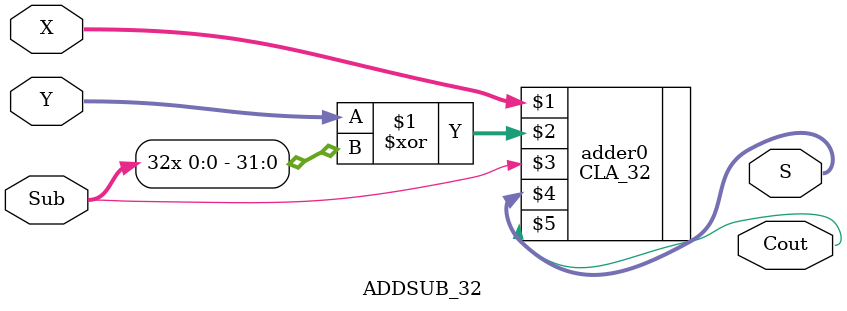
<source format=v>
`timescale 1ns / 1ps


module ADDSUB_32(X,Y,Sub,S,Cout);
input [31:0] X,Y;
input Sub;
output [31:0] S;
output Cout;

CLA_32 adder0(X,Y^{32{Sub}},Sub,S,Cout);
endmodule

</source>
